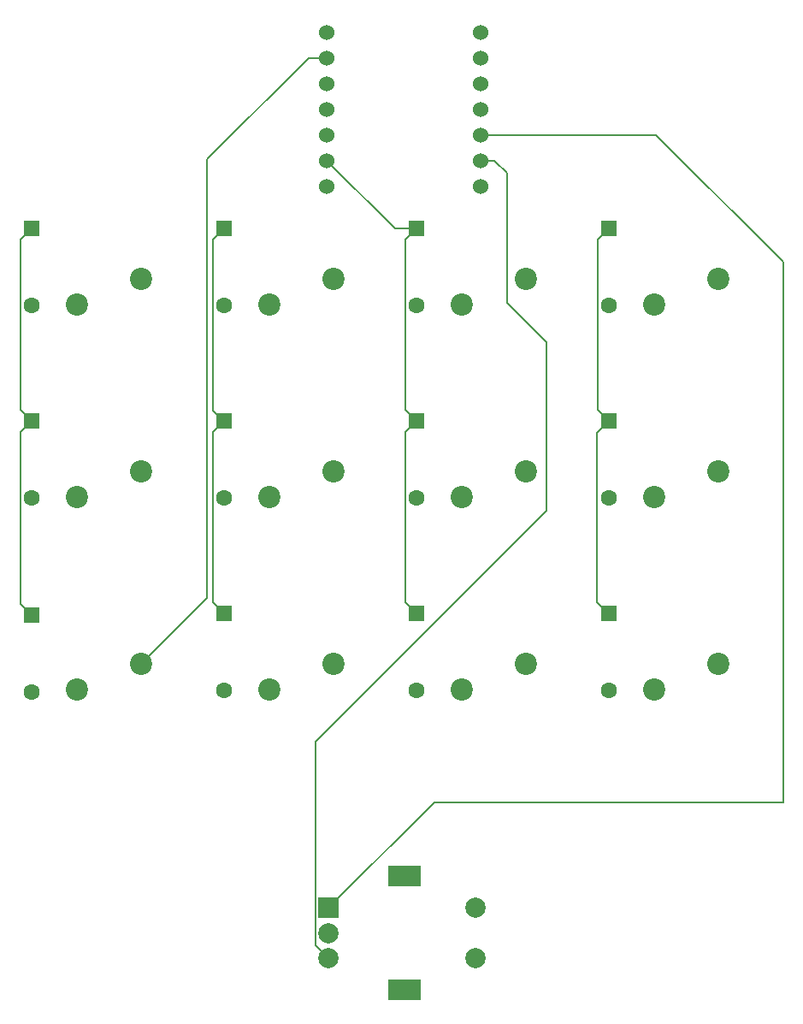
<source format=gbr>
%TF.GenerationSoftware,KiCad,Pcbnew,9.0.6*%
%TF.CreationDate,2025-11-30T21:38:08+01:00*%
%TF.ProjectId,Progetto1,50726f67-6574-4746-9f31-2e6b69636164,rev?*%
%TF.SameCoordinates,Original*%
%TF.FileFunction,Copper,L2,Bot*%
%TF.FilePolarity,Positive*%
%FSLAX46Y46*%
G04 Gerber Fmt 4.6, Leading zero omitted, Abs format (unit mm)*
G04 Created by KiCad (PCBNEW 9.0.6) date 2025-11-30 21:38:08*
%MOMM*%
%LPD*%
G01*
G04 APERTURE LIST*
G04 Aperture macros list*
%AMRoundRect*
0 Rectangle with rounded corners*
0 $1 Rounding radius*
0 $2 $3 $4 $5 $6 $7 $8 $9 X,Y pos of 4 corners*
0 Add a 4 corners polygon primitive as box body*
4,1,4,$2,$3,$4,$5,$6,$7,$8,$9,$2,$3,0*
0 Add four circle primitives for the rounded corners*
1,1,$1+$1,$2,$3*
1,1,$1+$1,$4,$5*
1,1,$1+$1,$6,$7*
1,1,$1+$1,$8,$9*
0 Add four rect primitives between the rounded corners*
20,1,$1+$1,$2,$3,$4,$5,0*
20,1,$1+$1,$4,$5,$6,$7,0*
20,1,$1+$1,$6,$7,$8,$9,0*
20,1,$1+$1,$8,$9,$2,$3,0*%
G04 Aperture macros list end*
%TA.AperFunction,ComponentPad*%
%ADD10C,2.200000*%
%TD*%
%TA.AperFunction,ComponentPad*%
%ADD11R,2.000000X2.000000*%
%TD*%
%TA.AperFunction,ComponentPad*%
%ADD12C,2.000000*%
%TD*%
%TA.AperFunction,ComponentPad*%
%ADD13R,3.200000X2.000000*%
%TD*%
%TA.AperFunction,ComponentPad*%
%ADD14C,1.524000*%
%TD*%
%TA.AperFunction,ComponentPad*%
%ADD15RoundRect,0.250000X-0.550000X0.550000X-0.550000X-0.550000X0.550000X-0.550000X0.550000X0.550000X0*%
%TD*%
%TA.AperFunction,ComponentPad*%
%ADD16C,1.600000*%
%TD*%
%TA.AperFunction,Conductor*%
%ADD17C,0.200000*%
%TD*%
G04 APERTURE END LIST*
D10*
%TO.P,SW11,1,1*%
%TO.N,Net-(U1-GPIO27{slash}ADC1{slash}A1)*%
X166846250Y-113982500D03*
%TO.P,SW11,2,2*%
%TO.N,Net-(D11-A)*%
X160496250Y-116522500D03*
%TD*%
%TO.P,SW1,1,1*%
%TO.N,Net-(U1-GPIO29{slash}ADC3{slash}A3)*%
X128746250Y-75882500D03*
%TO.P,SW1,2,2*%
%TO.N,Net-(D3-A)*%
X122396250Y-78422500D03*
%TD*%
%TO.P,SW6,1,1*%
%TO.N,Net-(U1-GPIO28{slash}ADC2{slash}A2)*%
X147796250Y-94932500D03*
%TO.P,SW6,2,2*%
%TO.N,Net-(D7-A)*%
X141446250Y-97472500D03*
%TD*%
D11*
%TO.P,SW13,A,A*%
%TO.N,Net-(U1-GPIO4{slash}MISO)*%
X147309000Y-138089000D03*
D12*
%TO.P,SW13,B,B*%
%TO.N,Net-(U1-GPIO2{slash}SCK)*%
X147309000Y-143089000D03*
%TO.P,SW13,C,C*%
%TO.N,GND*%
X147309000Y-140589000D03*
D13*
%TO.P,SW13,MP*%
%TO.N,N/C*%
X154809000Y-134989000D03*
X154809000Y-146189000D03*
D12*
%TO.P,SW13,S1*%
X161809000Y-143089000D03*
%TO.P,SW13,S2*%
X161809000Y-138089000D03*
%TD*%
D10*
%TO.P,SW10,1,1*%
%TO.N,Net-(U1-GPIO27{slash}ADC1{slash}A1)*%
X147796250Y-113982500D03*
%TO.P,SW10,2,2*%
%TO.N,Net-(D6-A)*%
X141446250Y-116522500D03*
%TD*%
D14*
%TO.P,U1,1,GPIO26/ADC0/A0*%
%TO.N,Net-(D3-K)*%
X147140000Y-51438500D03*
%TO.P,U1,2,GPIO27/ADC1/A1*%
%TO.N,Net-(U1-GPIO27{slash}ADC1{slash}A1)*%
X147140000Y-53978500D03*
%TO.P,U1,3,GPIO28/ADC2/A2*%
%TO.N,Net-(U1-GPIO28{slash}ADC2{slash}A2)*%
X147140000Y-56518500D03*
%TO.P,U1,4,GPIO29/ADC3/A3*%
%TO.N,Net-(U1-GPIO29{slash}ADC3{slash}A3)*%
X147140000Y-59058500D03*
%TO.P,U1,5,GPIO6/SDA*%
%TO.N,Net-(D6-K)*%
X147140000Y-61598500D03*
%TO.P,U1,6,GPIO7/SCL*%
%TO.N,Net-(D10-K)*%
X147140000Y-64138500D03*
%TO.P,U1,7,GPIO0/TX*%
%TO.N,Net-(D12-K)*%
X147140000Y-66678500D03*
%TO.P,U1,8,GPIO1/RX*%
%TO.N,unconnected-(U1-GPIO1{slash}RX-Pad8)*%
X162380000Y-66678500D03*
%TO.P,U1,9,GPIO2/SCK*%
%TO.N,Net-(U1-GPIO2{slash}SCK)*%
X162380000Y-64138500D03*
%TO.P,U1,10,GPIO4/MISO*%
%TO.N,Net-(U1-GPIO4{slash}MISO)*%
X162380000Y-61598500D03*
%TO.P,U1,11,GPIO3/MOSI*%
%TO.N,Net-(D2-DIN)*%
X162380000Y-59058500D03*
%TO.P,U1,12,3V3*%
%TO.N,unconnected-(U1-3V3-Pad12)*%
X162380000Y-56518500D03*
%TO.P,U1,13,GND*%
%TO.N,unconnected-(U1-GND-Pad13)*%
X162380000Y-53978500D03*
%TO.P,U1,14,VBUS*%
%TO.N,unconnected-(U1-VBUS-Pad14)*%
X162380000Y-51438500D03*
%TD*%
D10*
%TO.P,SW9,1,1*%
%TO.N,Net-(U1-GPIO27{slash}ADC1{slash}A1)*%
X128746250Y-113982500D03*
%TO.P,SW9,2,2*%
%TO.N,Net-(D5-A)*%
X122396250Y-116522500D03*
%TD*%
%TO.P,SW3,1,1*%
%TO.N,Net-(U1-GPIO29{slash}ADC3{slash}A3)*%
X166846250Y-75882500D03*
%TO.P,SW3,2,2*%
%TO.N,Net-(D9-A)*%
X160496250Y-78422500D03*
%TD*%
%TO.P,SW12,1,1*%
%TO.N,Net-(U1-GPIO27{slash}ADC1{slash}A1)*%
X185896250Y-113982500D03*
%TO.P,SW12,2,2*%
%TO.N,Net-(D12-A)*%
X179546250Y-116522500D03*
%TD*%
%TO.P,SW8,1,1*%
%TO.N,Net-(U1-GPIO28{slash}ADC2{slash}A2)*%
X185896250Y-94932500D03*
%TO.P,SW8,2,2*%
%TO.N,Net-(D13-A)*%
X179546250Y-97472500D03*
%TD*%
%TO.P,SW2,1,1*%
%TO.N,Net-(U1-GPIO29{slash}ADC3{slash}A3)*%
X147796250Y-75882500D03*
%TO.P,SW2,2,2*%
%TO.N,Net-(D8-A)*%
X141446250Y-78422500D03*
%TD*%
%TO.P,SW4,1,1*%
%TO.N,Net-(U1-GPIO29{slash}ADC3{slash}A3)*%
X185896250Y-75882500D03*
%TO.P,SW4,2,2*%
%TO.N,Net-(D14-A)*%
X179546250Y-78422500D03*
%TD*%
%TO.P,SW5,1,1*%
%TO.N,Net-(U1-GPIO28{slash}ADC2{slash}A2)*%
X128746250Y-94932500D03*
%TO.P,SW5,2,2*%
%TO.N,Net-(D4-A)*%
X122396250Y-97472500D03*
%TD*%
%TO.P,SW7,1,1*%
%TO.N,Net-(U1-GPIO28{slash}ADC2{slash}A2)*%
X166846250Y-94932500D03*
%TO.P,SW7,2,2*%
%TO.N,Net-(D10-A)*%
X160496250Y-97472500D03*
%TD*%
D15*
%TO.P,D8,1,K*%
%TO.N,Net-(D6-K)*%
X136970000Y-70840000D03*
D16*
%TO.P,D8,2,A*%
%TO.N,Net-(D8-A)*%
X136970000Y-78460000D03*
%TD*%
D15*
%TO.P,D13,1,K*%
%TO.N,Net-(D12-K)*%
X175006000Y-89916000D03*
D16*
%TO.P,D13,2,A*%
%TO.N,Net-(D13-A)*%
X175006000Y-97536000D03*
%TD*%
D15*
%TO.P,D5,1,K*%
%TO.N,Net-(D3-K)*%
X117856000Y-109093000D03*
D16*
%TO.P,D5,2,A*%
%TO.N,Net-(D5-A)*%
X117856000Y-116713000D03*
%TD*%
D15*
%TO.P,D10,1,K*%
%TO.N,Net-(D10-K)*%
X155956000Y-89916000D03*
D16*
%TO.P,D10,2,A*%
%TO.N,Net-(D10-A)*%
X155956000Y-97536000D03*
%TD*%
D15*
%TO.P,D6,1,K*%
%TO.N,Net-(D6-K)*%
X136906000Y-108966000D03*
D16*
%TO.P,D6,2,A*%
%TO.N,Net-(D6-A)*%
X136906000Y-116586000D03*
%TD*%
D15*
%TO.P,D9,1,K*%
%TO.N,Net-(D10-K)*%
X155956000Y-70866000D03*
D16*
%TO.P,D9,2,A*%
%TO.N,Net-(D9-A)*%
X155956000Y-78486000D03*
%TD*%
D15*
%TO.P,D14,1,K*%
%TO.N,Net-(D12-K)*%
X175006000Y-70866000D03*
D16*
%TO.P,D14,2,A*%
%TO.N,Net-(D14-A)*%
X175006000Y-78486000D03*
%TD*%
D15*
%TO.P,D7,1,K*%
%TO.N,Net-(D6-K)*%
X136906000Y-89916000D03*
D16*
%TO.P,D7,2,A*%
%TO.N,Net-(D7-A)*%
X136906000Y-97536000D03*
%TD*%
D15*
%TO.P,D12,1,K*%
%TO.N,Net-(D12-K)*%
X175006000Y-108966000D03*
D16*
%TO.P,D12,2,A*%
%TO.N,Net-(D12-A)*%
X175006000Y-116586000D03*
%TD*%
D15*
%TO.P,D11,1,K*%
%TO.N,Net-(D10-K)*%
X155956000Y-108966000D03*
D16*
%TO.P,D11,2,A*%
%TO.N,Net-(D11-A)*%
X155956000Y-116586000D03*
%TD*%
D15*
%TO.P,D3,1,K*%
%TO.N,Net-(D3-K)*%
X117856000Y-70866000D03*
D16*
%TO.P,D3,2,A*%
%TO.N,Net-(D3-A)*%
X117856000Y-78486000D03*
%TD*%
D15*
%TO.P,D4,1,K*%
%TO.N,Net-(D3-K)*%
X117856000Y-89916000D03*
D16*
%TO.P,D4,2,A*%
%TO.N,Net-(D4-A)*%
X117856000Y-97536000D03*
%TD*%
D17*
%TO.N,Net-(D3-K)*%
X116755000Y-71967000D02*
X117856000Y-70866000D01*
X116755000Y-107992000D02*
X116755000Y-91017000D01*
X116755000Y-88815000D02*
X116755000Y-71967000D01*
X117856000Y-89916000D02*
X116755000Y-88815000D01*
X116755000Y-91017000D02*
X117856000Y-89916000D01*
X117856000Y-109093000D02*
X116755000Y-107992000D01*
%TO.N,Net-(D6-K)*%
X135805000Y-107865000D02*
X135805000Y-91017000D01*
X135869000Y-71941000D02*
X136970000Y-70840000D01*
X136906000Y-89916000D02*
X135869000Y-88879000D01*
X136906000Y-108966000D02*
X135805000Y-107865000D01*
X135869000Y-88879000D02*
X135869000Y-71941000D01*
X135805000Y-91017000D02*
X136906000Y-89916000D01*
%TO.N,Net-(D10-K)*%
X154855000Y-107865000D02*
X154855000Y-91017000D01*
X154855000Y-71967000D02*
X155956000Y-70866000D01*
X155956000Y-89916000D02*
X154855000Y-88815000D01*
X155956000Y-70866000D02*
X153867500Y-70866000D01*
X155956000Y-108966000D02*
X154855000Y-107865000D01*
X153867500Y-70866000D02*
X147140000Y-64138500D01*
X154855000Y-88815000D02*
X154855000Y-71967000D01*
X154855000Y-91017000D02*
X155956000Y-89916000D01*
%TO.N,Net-(D12-K)*%
X175006000Y-70866000D02*
X173905000Y-71967000D01*
X173863000Y-107823000D02*
X175006000Y-108966000D01*
X173863000Y-91059000D02*
X173863000Y-107823000D01*
X175006000Y-89916000D02*
X173863000Y-91059000D01*
X173905000Y-71967000D02*
X173905000Y-88815000D01*
X173905000Y-88815000D02*
X175006000Y-89916000D01*
%TO.N,Net-(U1-GPIO4{slash}MISO)*%
X147309000Y-138089000D02*
X157763000Y-127635000D01*
X162380000Y-61598500D02*
X179678500Y-61598500D01*
X179678500Y-61598500D02*
X192278000Y-74198000D01*
X192278000Y-127635000D02*
X192278000Y-74198000D01*
X157763000Y-127635000D02*
X192278000Y-127635000D01*
%TO.N,Net-(U1-GPIO2{slash}SCK)*%
X146008000Y-121692280D02*
X168888780Y-98811500D01*
X147309000Y-143089000D02*
X146008000Y-141788000D01*
X163717000Y-64138500D02*
X162380000Y-64138500D01*
X168888780Y-82163500D02*
X164940000Y-78214720D01*
X146008000Y-141788000D02*
X146008000Y-121692280D01*
X168888780Y-98811500D02*
X168888780Y-82163500D01*
X164940000Y-65361500D02*
X164940000Y-78214720D01*
X163717000Y-64138500D02*
X164940000Y-65361500D01*
%TO.N,Net-(U1-GPIO27{slash}ADC1{slash}A1)*%
X135255000Y-107473750D02*
X128746250Y-113982500D01*
X147140000Y-53978500D02*
X145284500Y-53978500D01*
X145284500Y-53978500D02*
X135255000Y-64008000D01*
X135255000Y-107473750D02*
X135255000Y-64008000D01*
%TD*%
M02*

</source>
